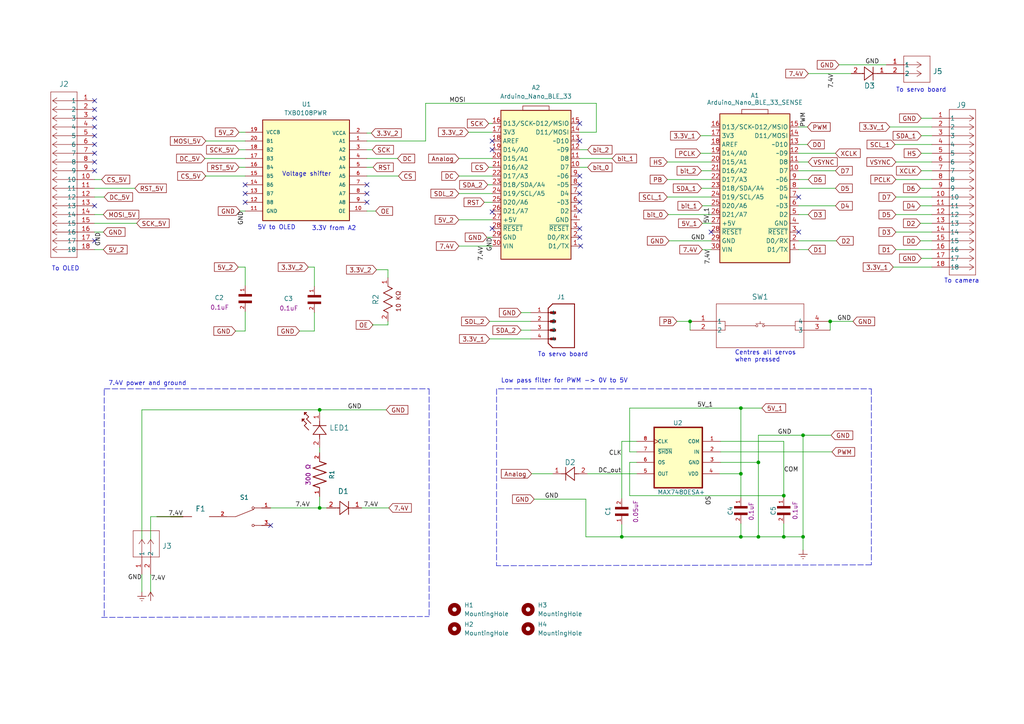
<source format=kicad_sch>
(kicad_sch (version 20211123) (generator eeschema)
  (paper "A4")
  (lib_symbols
    (symbol "CatBot_JSC:TXB0108PWR" (pin_names (offset 1.016))
      (property "Reference" "U" (at -12.7 23.86 0))
      (property "Value" "TXB0108PWR" (at -12.7 -19.304 0))
      (property "Footprint" "CatBot_JSC:TXB0108PWR" (at -1.778 -25.146 0))
      (symbol "TXB0108PWR_0_0"
        (pin bidirectional line (at -17.78 7.62 0) (length 5.08) (name "A1") (number "1"))
        (pin input line (at -17.78 -12.7 0) (length 5.08) (name "OE") (number "10"))
        (pin power_in line (at 17.526 -12.7 180) (length 5.08) (name "GND") (number "11"))
        (pin bidirectional line (at 17.526 -10.16 180) (length 5.08) (name "B8") (number "12"))
        (pin bidirectional line (at 17.526 -7.62 180) (length 5.08) (name "B7") (number "13"))
        (pin bidirectional line (at 17.526 -5.08 180) (length 5.08) (name "B6") (number "14"))
        (pin bidirectional line (at 17.526 -2.54 180) (length 5.08) (name "B5") (number "15"))
        (pin bidirectional line (at 17.526 0 180) (length 5.08) (name "B4") (number "16"))
        (pin bidirectional line (at 17.526 2.54 180) (length 5.08) (name "B3") (number "17"))
        (pin bidirectional line (at 17.526 5.08 180) (length 5.08) (name "B2") (number "18"))
        (pin power_in line (at 17.526 10.16 180) (length 5.08) (name "VCCB") (number "19"))
        (pin power_in line (at -17.78 9.906 0) (length 5.08) (name "VCCA") (number "2"))
        (pin bidirectional line (at 17.526 7.62 180) (length 5.08) (name "B1") (number "20"))
        (pin bidirectional line (at -17.78 5.08 0) (length 5.08) (name "A2") (number "3"))
        (pin bidirectional line (at -17.78 2.54 0) (length 5.08) (name "A3") (number "4"))
        (pin bidirectional line (at -17.78 0 0) (length 5.08) (name "A4") (number "5"))
        (pin bidirectional line (at -17.78 -2.54 0) (length 5.08) (name "A5") (number "6"))
        (pin bidirectional line (at -17.78 -5.08 0) (length 5.08) (name "A6") (number "7"))
        (pin bidirectional line (at -17.78 -7.62 0) (length 5.08) (name "A7") (number "8"))
        (pin bidirectional line (at -17.78 -10.16 0) (length 5.08) (name "A8") (number "9"))
      )
    )
    (symbol "myKiCadGlobalSymbolLibrary:+7.4V" (power) (pin_names (offset 0))
      (property "Value" "+7.4V" (at 0 3.556 0))
      (symbol "+7.4V_1_1"
        (pin power_in line (at 0 0 90) (length 0) hide (name "+7.4V") (number "1"))
      )
    )
    (symbol "myKiCadGlobalSymbolLibrary:12065C503JAT2A" (pin_names (offset 1.016))
      (property "Reference" "C" (at 0 3.8109 0))
      (property "Value" "12065C503JAT2A" (at -6.858 -5.842 0))
      (property "Capacitance" "0.05uF" (at 6.604 4.572 0))
      (symbol "12065C503JAT2A_0_0"
        (pin passive line (at -2.54 0 0) (length 2.54) (name "~") (number "1"))
        (pin passive line (at 5.08 0 180) (length 2.54) (name "~") (number "2"))
      )
    )
    (symbol "myKiCadGlobalSymbolLibrary:1N4148WX-TP" (pin_names (offset 0.254))
      (property "Reference" "CR" (at 5.334 8.89 0))
      (property "Value" "1N4148WX-TP" (at 5.08 -3.81 0))
      (symbol "1N4148WX-TP_1_1"
        (pin unspecified line (at 10.16 0 180) (length 2.54) (name "") (number "1"))
        (pin unspecified line (at 0 0 0) (length 2.54) (name "") (number "2"))
      )
      (symbol "1N4148WX-TP_1_2"
        (pin unspecified line (at 0 10.16 270) (length 2.54) (name "") (number "1"))
        (pin unspecified line (at 0 0 90) (length 2.54) (name "") (number "2"))
      )
    )
    (symbol "myKiCadGlobalSymbolLibrary:500SSP1S2M2QEA" (pin_names (offset 1.016))
      (property "Reference" "S" (at 0.254 4.826 0))
      (property "Value" "500SSP1S2M2QEA" (at -6.35 -10.16 0))
      (symbol "500SSP1S2M2QEA_0_0"
        (pin passive line (at 7.62 2.54 180) (length 2.54) (name "~") (number "1"))
        (pin passive line (at -7.62 0 0) (length 2.54) (name "~") (number "2"))
        (pin passive line (at 7.62 -2.54 180) (length 2.54) (name "~") (number "3"))
      )
    )
    (symbol "myKiCadGlobalSymbolLibrary:525591853" (pin_names (offset 0.254))
      (property "Reference" "J9" (at 14.224 -22.098 0))
      (symbol "525591853_1_1"
        (pin unspecified line (at 0 0 0) (length 5.08) (name "1") (number "1"))
        (pin unspecified line (at 0 -22.86 0) (length 5.08) (name "10") (number "10"))
        (pin unspecified line (at 0 -25.4 0) (length 5.08) (name "11") (number "11"))
        (pin unspecified line (at 0 -27.94 0) (length 5.08) (name "12") (number "12"))
        (pin unspecified line (at 0 -30.48 0) (length 5.08) (name "13") (number "13"))
        (pin unspecified line (at 0 -33.02 0) (length 5.08) (name "14") (number "14"))
        (pin unspecified line (at 0 -35.56 0) (length 5.08) (name "15") (number "15"))
        (pin unspecified line (at 0 -38.1 0) (length 5.08) (name "16") (number "16"))
        (pin unspecified line (at 0 -40.64 0) (length 5.08) (name "17") (number "17"))
        (pin unspecified line (at 0 -43.18 0) (length 5.08) (name "18") (number "18"))
        (pin unspecified line (at 0 -2.54 0) (length 5.08) (name "2") (number "2"))
        (pin unspecified line (at 0 -5.08 0) (length 5.08) (name "3") (number "3"))
        (pin unspecified line (at 0 -7.62 0) (length 5.08) (name "4") (number "4"))
        (pin unspecified line (at 0 -10.16 0) (length 5.08) (name "5") (number "5"))
        (pin unspecified line (at 0 -12.7 0) (length 5.08) (name "6") (number "6"))
        (pin unspecified line (at 0 -15.24 0) (length 5.08) (name "7") (number "7"))
        (pin unspecified line (at 0 -17.78 0) (length 5.08) (name "8") (number "8"))
        (pin unspecified line (at 0 -20.32 0) (length 5.08) (name "9") (number "9"))
      )
      (symbol "525591853_1_2"
        (pin unspecified line (at 0 0 0) (length 5.08) (name "1") (number "1"))
        (pin unspecified line (at 0 -22.86 0) (length 5.08) (name "10") (number "10"))
        (pin unspecified line (at 0 -25.4 0) (length 5.08) (name "11") (number "11"))
        (pin unspecified line (at 0 -27.94 0) (length 5.08) (name "12") (number "12"))
        (pin unspecified line (at 0 -30.48 0) (length 5.08) (name "13") (number "13"))
        (pin unspecified line (at 0 -33.02 0) (length 5.08) (name "14") (number "14"))
        (pin unspecified line (at 0 -35.56 0) (length 5.08) (name "15") (number "15"))
        (pin unspecified line (at 0 -38.1 0) (length 5.08) (name "16") (number "16"))
        (pin unspecified line (at 0 -2.54 0) (length 5.08) (name "2") (number "2"))
        (pin unspecified line (at 0 -5.08 0) (length 5.08) (name "3") (number "3"))
        (pin unspecified line (at 0 -7.62 0) (length 5.08) (name "4") (number "4"))
        (pin unspecified line (at 0 -10.16 0) (length 5.08) (name "5") (number "5"))
        (pin unspecified line (at 0 -12.7 0) (length 5.08) (name "6") (number "6"))
        (pin unspecified line (at 0 -15.24 0) (length 5.08) (name "7") (number "7"))
        (pin unspecified line (at 0 -17.78 0) (length 5.08) (name "8") (number "8"))
        (pin unspecified line (at 0 -20.32 0) (length 5.08) (name "9") (number "9"))
      )
    )
    (symbol "myKiCadGlobalSymbolLibrary:532580229" (pin_names (offset 0.254))
      (property "Reference" "J" (at 7.874 4.318 0))
      (property "Value" "532580229" (at 7.874 -7.874 0))
      (property "Footprint" "myKiCadGlobalFootprintLibrary:0532580229" (at 9.652 -10.668 0))
      (symbol "532580229_1_1"
        (pin unspecified line (at 0 0 0) (length 5.08) (name "1") (number "1"))
        (pin unspecified line (at 0 -2.54 0) (length 5.08) (name "2") (number "2"))
      )
      (symbol "532580229_1_2"
        (pin unspecified line (at 0 0 0) (length 5.08) (name "1") (number "1"))
        (pin unspecified line (at 0 -2.54 0) (length 5.08) (name "2") (number "2"))
      )
    )
    (symbol "myKiCadGlobalSymbolLibrary:533750410" (pin_names (offset 1.016))
      (property "Reference" "J" (at 0 6.35 0))
      (property "Value" "533750410" (at 0 -10.16 0))
      (property "Footprint" "myKiCadGlobalFootprintLibrary:533750410" (at 1.524 -27.432 0))
      (symbol "533750410_0_0"
        (pin passive line (at -5.08 2.54 0) (length 5.08) (name "1") (number "1"))
        (pin passive line (at -5.08 0 0) (length 5.08) (name "2") (number "2"))
        (pin passive line (at -5.08 -2.54 0) (length 5.08) (name "3") (number "3"))
        (pin passive line (at -5.08 -5.08 0) (length 5.08) (name "4") (number "4"))
      )
    )
    (symbol "myKiCadGlobalSymbolLibrary:Arduino_BLE_33"
      (property "Reference" "A1" (at 0 25.654 0))
      (property "Value" "Arduino_BLE_33" (at 0 23.622 0))
      (property "Footprint" "myKiCadGlobalFootprintLibrary:Nano33BLE_with_headers" (at 13.97 -30.48 0))
      (symbol "Arduino_BLE_33_1_1"
        (pin bidirectional line (at -12.7 19.05 0) (length 2.54) (name "D1/TX") (number "1"))
        (pin bidirectional line (at -12.7 -3.81 0) (length 2.54) (name "D7") (number "10"))
        (pin bidirectional line (at -12.7 -6.35 0) (length 2.54) (name "D8") (number "11"))
        (pin bidirectional line (at -12.7 -8.89 0) (length 2.54) (name "~D9") (number "12"))
        (pin bidirectional line (at -12.7 -11.43 0) (length 2.54) (name "~D10") (number "13"))
        (pin bidirectional line (at -12.7 -13.97 0) (length 2.54) (name "D11/MOSI") (number "14"))
        (pin bidirectional line (at -12.7 -16.51 0) (length 2.54) (name "~D12/MSIO") (number "15"))
        (pin bidirectional line (at 12.7 -16.51 180) (length 2.54) (name "D13/SCK") (number "16"))
        (pin power_out line (at 12.7 -13.97 180) (length 2.54) (name "3V3") (number "17"))
        (pin input line (at 12.7 -11.43 180) (length 2.54) (name "AREF") (number "18"))
        (pin bidirectional line (at 12.7 -8.89 180) (length 2.54) (name "D14/A0") (number "19"))
        (pin bidirectional line (at -12.7 16.51 0) (length 2.54) (name "D0/RX") (number "2"))
        (pin bidirectional line (at 12.7 -6.35 180) (length 2.54) (name "D15/A1") (number "20"))
        (pin bidirectional line (at 12.7 -3.81 180) (length 2.54) (name "D16/A2") (number "21"))
        (pin bidirectional line (at 12.7 -1.27 180) (length 2.54) (name "D17/A3") (number "22"))
        (pin bidirectional line (at 12.7 1.27 180) (length 2.54) (name "D18/SDA/A4") (number "23"))
        (pin bidirectional line (at 12.7 3.81 180) (length 2.54) (name "D19/SCL/A5") (number "24"))
        (pin bidirectional line (at 12.7 6.35 180) (length 2.54) (name "D20/A6") (number "25"))
        (pin bidirectional line (at 12.7 8.89 180) (length 2.54) (name "D21/A7") (number "26"))
        (pin power_out line (at 12.7 11.43 180) (length 2.54) (name "+5V") (number "27"))
        (pin input line (at 12.7 13.97 180) (length 2.54) (name "~{RESET}") (number "28"))
        (pin power_in line (at 12.7 16.51 180) (length 2.54) (name "GND") (number "29"))
        (pin input line (at -12.7 13.97 0) (length 2.54) (name "~{RESET}") (number "3"))
        (pin power_in line (at 12.7 19.05 180) (length 2.54) (name "VIN") (number "30"))
        (pin power_in line (at -12.7 11.43 0) (length 2.54) (name "GND") (number "4"))
        (pin bidirectional line (at -12.7 8.89 0) (length 2.54) (name "D2") (number "5"))
        (pin bidirectional line (at -12.7 6.35 0) (length 2.54) (name "~D3") (number "6"))
        (pin bidirectional line (at -12.7 3.81 0) (length 2.54) (name "D4") (number "7"))
        (pin bidirectional line (at -12.7 1.27 0) (length 2.54) (name "~D5") (number "8"))
        (pin bidirectional line (at -12.7 -1.27 0) (length 2.54) (name "~D6") (number "9"))
      )
    )
    (symbol "myKiCadGlobalSymbolLibrary:C503B-GAN-CB0F0791" (pin_names (offset 0.254))
      (property "Reference" "CR" (at 5.08 -4.445 0))
      (property "Value" "C503B-GAN-CB0F0791" (at 5.08 -7.62 0))
      (symbol "C503B-GAN-CB0F0791_1_1"
        (pin unspecified line (at 10.16 0 180) (length 2.54) (name "") (number "1"))
        (pin unspecified line (at 0 0 0) (length 2.54) (name "") (number "2"))
      )
      (symbol "C503B-GAN-CB0F0791_1_2"
        (pin unspecified line (at 0 10.16 270) (length 2.54) (name "") (number "1"))
        (pin unspecified line (at 0 0 90) (length 2.54) (name "") (number "2"))
      )
    )
    (symbol "myKiCadGlobalSymbolLibrary:CL05A104KA5NNNC" (pin_names (offset 1.016))
      (property "Reference" "C" (at 0.508 3.048 0))
      (property "Value" "CL05A104KA5NNNC" (at -4.064 -5.334 0))
      (property "Capacitance" "0.1uF" (at 7.112 4.064 0))
      (symbol "CL05A104KA5NNNC_0_0"
        (pin passive line (at 5.08 0 180) (length 2.54) (name "~") (number "1"))
        (pin passive line (at -2.54 0 0) (length 2.54) (name "~") (number "2"))
      )
    )
    (symbol "myKiCadGlobalSymbolLibrary:FUSE" (pin_numbers hide) (pin_names hide)
      (property "Reference" "F" (at 5.08 3.175 0))
      (property "Value" "FUSE" (at 5.08 -6.35 0))
      (symbol "FUSE_1_1"
        (pin unspecified line (at 0 0 0) (length 2.54) (name "1") (number "1"))
        (pin unspecified line (at 10.16 0 180) (length 2.54) (name "2") (number "2"))
      )
    )
    (symbol "myKiCadGlobalSymbolLibrary:GNDREF" (power) (pin_names (offset 0))
      (property "Value" "GNDREF" (at 0 -3.81 0))
      (symbol "GNDREF_1_1"
        (pin power_in line (at 0 0 270) (length 0) hide (name "GNDREF") (number "1"))
      )
    )
    (symbol "myKiCadGlobalSymbolLibrary:MAX7480ESA+" (pin_names (offset 1.016))
      (property "Reference" "U" (at -9.398 16.256 0))
      (property "Value" "MAX7480ESA+" (at -11.938 -7.874 0))
      (symbol "MAX7480ESA+_0_0"
        (pin input line (at 6.604 11.176 180) (length 5.08) (name "COM") (number "1"))
        (pin input line (at 6.604 8.128 180) (length 5.08) (name "IN") (number "2"))
        (pin unspecified line (at 6.604 5.08 180) (length 5.08) (name "GND") (number "3"))
        (pin power_in line (at 6.35 1.778 180) (length 5.08) (name "VDD") (number "4"))
        (pin output line (at -17.78 1.778 0) (length 5.08) (name "OUT") (number "5"))
        (pin input line (at -17.78 5.08 0) (length 5.08) (name "OS") (number "6"))
        (pin input line (at -17.78 8.128 0) (length 5.08) (name "~{SHDN}") (number "7"))
        (pin input clock (at -17.78 11.176 0) (length 5.08) (name "CLK") (number "8"))
      )
    )
    (symbol "myKiCadGlobalSymbolLibrary:MountingHole" (pin_names (offset 1.016))
      (property "Reference" "H" (at 0 5.08 0))
      (property "Value" "MountingHole" (at 0 3.175 0))
    )
    (symbol "myKiCadGlobalSymbolLibrary:RC0402JR-0710KL" (pin_names (offset 0.254))
      (property "Reference" "R" (at 5.715 3.81 0))
      (property "Value" "RC0402JR-0710KL" (at 5.334 -7.366 0))
      (symbol "RC0402JR-0710KL_0_0"
        (text "10 KΩ" (at 5.842 -3.048 0) (effects (font (size 1.27 1.27))))
      )
      (symbol "RC0402JR-0710KL_1_1"
        (pin unspecified line (at 12.7 0 180) (length 2.54) (name "") (number "1"))
        (pin unspecified line (at 0 0 0) (length 2.54) (name "") (number "2"))
      )
      (symbol "RC0402JR-0710KL_1_2"
        (pin unspecified line (at 0 12.7 270) (length 2.54) (name "") (number "1"))
        (pin unspecified line (at 0 0 90) (length 2.54) (name "") (number "2"))
      )
    )
    (symbol "myKiCadGlobalSymbolLibrary:RMCF2512FT330R" (pin_names (offset 1.016))
      (property "Reference" "R1" (at -0.254 -4.064 0))
      (symbol "RMCF2512FT330R_0_0"
        (pin passive line (at -5.08 0 0) (length 2.54) (name "~") (number "1"))
        (pin passive line (at 7.62 0 180) (length 2.54) (name "~") (number "2"))
      )
    )
    (symbol "myKiCadGlobalSymbolLibrary:TL3305CF260QG" (pin_names (offset 0.254))
      (property "Reference" "SW" (at 20.32 10.16 0))
      (property "Value" "TL3305CF260QG" (at 20.32 7.62 0))
      (symbol "TL3305CF260QG_0_1"
        (pin unspecified line (at 0 0 0) (length 7.62) (name "1") (number "1"))
        (pin unspecified line (at 0 -2.54 0) (length 7.62) (name "2") (number "2"))
        (pin unspecified line (at 40.64 -2.54 180) (length 7.62) (name "3") (number "3"))
        (pin unspecified line (at 40.64 0 180) (length 7.62) (name "4") (number "4"))
      )
    )
  )
  (junction (at 219.964 134.112))
  (junction (at 232.918 155.702))
  (junction (at 227.33 155.702))
  (junction (at 214.884 155.702))
  (junction (at 219.964 155.702))
  (junction (at 92.71 118.872))
  (junction (at 180.34 155.702))
  (junction (at 227.33 143.764))
  (junction (at 214.884 137.414))
  (junction (at 232.918 126.238))
  (junction (at 92.71 147.32))
  (junction (at 240.792 93.218))
  (junction (at 200.152 93.218))
  (junction (at 214.884 118.364))
  (no_connect (at 27.432 46.99))
  (no_connect (at 231.648 57.15))
  (no_connect (at 71.12 53.594))
  (no_connect (at 27.432 31.75))
  (no_connect (at 27.432 69.85))
  (no_connect (at 142.748 40.894))
  (no_connect (at 27.432 29.21))
  (no_connect (at 142.748 66.294))
  (no_connect (at 168.148 40.894))
  (no_connect (at 27.432 39.37))
  (no_connect (at 168.148 61.214))
  (no_connect (at 71.12 56.134))
  (no_connect (at 168.148 68.834))
  (no_connect (at 71.12 58.674))
  (no_connect (at 27.432 41.91))
  (no_connect (at 168.148 35.814))
  (no_connect (at 168.402 71.374))
  (no_connect (at 231.648 67.31))
  (no_connect (at 27.432 59.69))
  (no_connect (at 168.148 58.674))
  (no_connect (at 106.426 53.594))
  (no_connect (at 168.148 66.294))
  (no_connect (at 168.148 53.594))
  (no_connect (at 106.426 58.674))
  (no_connect (at 106.426 56.134))
  (no_connect (at 168.148 56.134))
  (no_connect (at 142.748 61.468))
  (no_connect (at 168.148 51.054))
  (no_connect (at 27.432 44.45))
  (no_connect (at 27.432 49.53))
  (no_connect (at 78.486 152.4))
  (no_connect (at 142.748 43.434))
  (no_connect (at 27.432 34.29))
  (no_connect (at 206.248 67.31))
  (no_connect (at 27.432 36.83))
  (wire (pts (xy 240.792 93.218) (xy 247.396 93.218)))
  (wire (pts (xy 170.434 43.434) (xy 168.148 43.434)))
  (wire (pts (xy 257.048 18.796) (xy 243.332 18.796)))
  (wire (pts (xy 182.626 131.064) (xy 184.658 131.064)))
  (polyline (pts (xy 30.226 112.776) (xy 124.46 112.776)))
  (wire (pts (xy 266.954 59.69) (xy 270.256 59.69)))
  (wire (pts (xy 182.626 131.064) (xy 182.626 118.364)))
  (wire (pts (xy 92.71 147.32) (xy 94.742 147.32)))
  (wire (pts (xy 43.688 166.624) (xy 43.688 171.704)))
  (wire (pts (xy 231.648 59.69) (xy 242.316 59.69)))
  (wire (pts (xy 193.548 46.99) (xy 206.248 46.99)))
  (wire (pts (xy 227.33 151.892) (xy 227.33 155.702)))
  (wire (pts (xy 259.08 77.47) (xy 270.256 77.47)))
  (wire (pts (xy 133.096 56.134) (xy 142.748 56.134)))
  (wire (pts (xy 231.648 52.07) (xy 234.442 52.07)))
  (wire (pts (xy 141.732 48.514) (xy 142.748 48.514)))
  (wire (pts (xy 180.34 152.146) (xy 180.34 155.702)))
  (wire (pts (xy 259.842 46.99) (xy 270.256 46.99)))
  (wire (pts (xy 69.342 48.514) (xy 71.12 48.514)))
  (wire (pts (xy 267.208 39.37) (xy 270.256 39.37)))
  (wire (pts (xy 106.426 51.054) (xy 115.57 51.054)))
  (wire (pts (xy 141.478 53.594) (xy 142.748 53.594)))
  (wire (pts (xy 203.708 72.39) (xy 206.248 72.39)))
  (wire (pts (xy 41.148 166.624) (xy 41.148 171.704)))
  (wire (pts (xy 92.71 119.634) (xy 92.71 118.872)))
  (wire (pts (xy 133.096 51.054) (xy 142.748 51.054)))
  (wire (pts (xy 106.426 38.608) (xy 107.696 38.608)))
  (wire (pts (xy 27.432 57.15) (xy 30.226 57.15)))
  (wire (pts (xy 151.13 90.678) (xy 153.924 90.678)))
  (wire (pts (xy 200.152 93.218) (xy 200.152 95.758)))
  (polyline (pts (xy 124.46 112.776) (xy 124.46 178.816)))
  (wire (pts (xy 142.748 45.974) (xy 133.096 45.974)))
  (wire (pts (xy 154.178 137.414) (xy 160.274 137.414)))
  (wire (pts (xy 123.444 29.972) (xy 172.974 29.972)))
  (wire (pts (xy 270.256 41.91) (xy 259.588 41.91)))
  (wire (pts (xy 68.326 96.012) (xy 71.12 96.012)))
  (wire (pts (xy 106.426 45.974) (xy 115.316 45.974)))
  (polyline (pts (xy 144.526 112.776) (xy 252.73 112.776)))
  (wire (pts (xy 109.22 78.232) (xy 112.522 78.232)))
  (wire (pts (xy 209.042 128.016) (xy 227.33 128.016)))
  (wire (pts (xy 266.954 69.85) (xy 270.256 69.85)))
  (wire (pts (xy 69.342 43.434) (xy 71.12 43.434)))
  (wire (pts (xy 78.486 147.32) (xy 92.71 147.32)))
  (wire (pts (xy 169.926 155.702) (xy 180.34 155.702)))
  (wire (pts (xy 231.648 49.53) (xy 242.316 49.53)))
  (wire (pts (xy 214.884 151.892) (xy 214.884 155.702)))
  (wire (pts (xy 232.918 155.702) (xy 232.918 159.512)))
  (wire (pts (xy 259.842 57.15) (xy 270.256 57.15)))
  (wire (pts (xy 59.436 51.054) (xy 71.12 51.054)))
  (wire (pts (xy 206.248 39.37) (xy 203.2 39.37)))
  (wire (pts (xy 231.648 62.23) (xy 234.442 62.23)))
  (wire (pts (xy 267.208 44.45) (xy 270.256 44.45)))
  (wire (pts (xy 106.426 43.434) (xy 107.95 43.434)))
  (wire (pts (xy 123.444 40.894) (xy 106.426 40.894)))
  (wire (pts (xy 193.548 57.15) (xy 206.248 57.15)))
  (wire (pts (xy 69.342 38.354) (xy 71.12 38.354)))
  (wire (pts (xy 27.432 72.39) (xy 29.972 72.39)))
  (wire (pts (xy 266.954 54.61) (xy 270.256 54.61)))
  (wire (pts (xy 259.842 52.07) (xy 270.256 52.07)))
  (wire (pts (xy 206.248 62.23) (xy 193.802 62.23)))
  (wire (pts (xy 227.33 128.016) (xy 227.33 143.764)))
  (wire (pts (xy 267.208 34.29) (xy 270.256 34.29)))
  (wire (pts (xy 69.596 61.214) (xy 71.12 61.214)))
  (wire (pts (xy 141.732 35.814) (xy 142.748 35.814)))
  (wire (pts (xy 259.842 67.31) (xy 270.256 67.31)))
  (wire (pts (xy 259.842 72.39) (xy 270.256 72.39)))
  (wire (pts (xy 231.648 54.61) (xy 242.316 54.61)))
  (wire (pts (xy 135.89 38.354) (xy 142.748 38.354)))
  (wire (pts (xy 41.148 118.872) (xy 92.71 118.872)))
  (wire (pts (xy 27.432 67.31) (xy 29.972 67.31)))
  (polyline (pts (xy 30.226 113.03) (xy 30.226 179.07)))
  (wire (pts (xy 214.884 155.702) (xy 219.964 155.702)))
  (wire (pts (xy 71.12 90.424) (xy 71.12 96.012)))
  (wire (pts (xy 231.648 44.45) (xy 242.316 44.45)))
  (wire (pts (xy 168.148 38.354) (xy 172.974 38.354)))
  (wire (pts (xy 214.884 137.414) (xy 214.884 144.272)))
  (wire (pts (xy 182.626 118.364) (xy 214.884 118.364)))
  (wire (pts (xy 231.648 41.91) (xy 234.188 41.91)))
  (wire (pts (xy 219.964 134.112) (xy 219.964 155.702)))
  (wire (pts (xy 203.454 49.53) (xy 206.248 49.53)))
  (wire (pts (xy 123.444 40.894) (xy 123.444 29.972)))
  (wire (pts (xy 203.454 54.61) (xy 206.248 54.61)))
  (wire (pts (xy 182.626 134.112) (xy 184.658 134.112)))
  (wire (pts (xy 27.432 52.07) (xy 29.464 52.07)))
  (wire (pts (xy 219.964 155.702) (xy 227.33 155.702)))
  (wire (pts (xy 180.34 128.016) (xy 180.34 144.526)))
  (wire (pts (xy 140.462 58.674) (xy 142.748 58.674)))
  (wire (pts (xy 203.708 59.69) (xy 206.248 59.69)))
  (wire (pts (xy 266.954 64.77) (xy 270.256 64.77)))
  (wire (pts (xy 43.688 149.86) (xy 53.086 149.86)))
  (wire (pts (xy 169.926 144.78) (xy 169.926 155.702)))
  (wire (pts (xy 59.69 40.894) (xy 71.12 40.894)))
  (wire (pts (xy 203.2 44.45) (xy 206.248 44.45)))
  (wire (pts (xy 234.442 21.336) (xy 246.888 21.336)))
  (wire (pts (xy 219.964 126.238) (xy 232.918 126.238)))
  (wire (pts (xy 112.776 147.32) (xy 104.902 147.32)))
  (wire (pts (xy 59.436 45.974) (xy 71.12 45.974)))
  (wire (pts (xy 154.94 144.78) (xy 169.926 144.78)))
  (wire (pts (xy 133.096 63.754) (xy 142.748 63.754)))
  (wire (pts (xy 231.648 36.83) (xy 234.188 36.83)))
  (wire (pts (xy 168.148 45.974) (xy 177.546 45.974)))
  (wire (pts (xy 267.208 49.53) (xy 270.256 49.53)))
  (wire (pts (xy 209.042 131.064) (xy 241.3 131.064)))
  (wire (pts (xy 258.064 36.83) (xy 270.256 36.83)))
  (wire (pts (xy 27.432 62.23) (xy 29.972 62.23)))
  (wire (pts (xy 41.148 156.464) (xy 41.148 118.872)))
  (wire (pts (xy 43.688 156.464) (xy 43.688 149.86)))
  (wire (pts (xy 232.918 126.238) (xy 241.046 126.238)))
  (wire (pts (xy 92.71 118.872) (xy 112.014 118.872)))
  (wire (pts (xy 231.648 46.99) (xy 234.442 46.99)))
  (wire (pts (xy 214.884 118.364) (xy 214.884 137.414)))
  (wire (pts (xy 108.966 61.214) (xy 106.426 61.214)))
  (wire (pts (xy 180.34 155.702) (xy 214.884 155.702)))
  (wire (pts (xy 209.042 134.112) (xy 219.964 134.112)))
  (polyline (pts (xy 252.73 112.776) (xy 252.73 163.83)))
  (wire (pts (xy 227.33 143.764) (xy 227.33 144.272)))
  (wire (pts (xy 214.884 118.364) (xy 220.98 118.364)))
  (wire (pts (xy 112.522 94.234) (xy 112.522 93.218)))
  (wire (pts (xy 107.95 94.234) (xy 112.522 94.234)))
  (wire (pts (xy 240.792 93.218) (xy 240.792 95.758)))
  (wire (pts (xy 196.342 93.218) (xy 200.152 93.218)))
  (wire (pts (xy 259.842 62.23) (xy 270.256 62.23)))
  (wire (pts (xy 71.12 77.47) (xy 71.12 82.804)))
  (wire (pts (xy 141.224 68.834) (xy 142.748 68.834)))
  (wire (pts (xy 194.056 69.85) (xy 206.248 69.85)))
  (wire (pts (xy 153.924 93.218) (xy 141.986 93.218)))
  (wire (pts (xy 27.432 54.61) (xy 39.116 54.61)))
  (wire (pts (xy 112.522 78.232) (xy 112.522 80.518)))
  (wire (pts (xy 168.148 48.514) (xy 170.434 48.514)))
  (wire (pts (xy 170.434 137.414) (xy 184.658 137.414)))
  (wire (pts (xy 232.918 155.702) (xy 232.918 126.238)))
  (wire (pts (xy 92.71 144.018) (xy 92.71 147.32)))
  (wire (pts (xy 91.186 77.47) (xy 91.186 83.058)))
  (wire (pts (xy 91.186 96.012) (xy 86.868 96.012)))
  (wire (pts (xy 27.432 64.77) (xy 39.624 64.77)))
  (wire (pts (xy 267.208 74.93) (xy 270.256 74.93)))
  (wire (pts (xy 231.648 72.39) (xy 234.442 72.39)))
  (wire (pts (xy 180.34 128.016) (xy 184.658 128.016)))
  (polyline (pts (xy 144.018 112.776) (xy 144.018 164.084)))
  (wire (pts (xy 153.924 98.298) (xy 141.986 98.298)))
  (wire (pts (xy 203.708 64.77) (xy 206.248 64.77)))
  (wire (pts (xy 69.088 77.47) (xy 71.12 77.47)))
  (wire (pts (xy 208.788 137.414) (xy 214.884 137.414)))
  (wire (pts (xy 231.648 69.85) (xy 242.57 69.85)))
  (wire (pts (xy 106.426 48.514) (xy 108.204 48.514)))
  (wire (pts (xy 172.974 29.972) (xy 172.974 38.354)))
  (wire (pts (xy 227.33 155.702) (xy 232.918 155.702)))
  (polyline (pts (xy 252.73 163.83) (xy 144.018 164.084)))
  (wire (pts (xy 92.71 131.318) (xy 92.71 129.794)))
  (wire (pts (xy 193.548 52.07) (xy 206.248 52.07)))
  (wire (pts (xy 182.626 143.764) (xy 182.626 134.112)))
  (wire (pts (xy 89.408 77.47) (xy 91.186 77.47)))
  (wire (pts (xy 182.626 143.764) (xy 227.33 143.764)))
  (wire (pts (xy 133.096 71.374) (xy 142.748 71.374)))
  (wire (pts (xy 91.186 90.678) (xy 91.186 96.012)))
  (wire (pts (xy 153.924 95.758) (xy 151.13 95.758)))
  (wire (pts (xy 219.964 126.238) (xy 219.964 134.112)))
  (polyline (pts (xy 29.464 179.07) (xy 124.46 178.816)))
  (text "3.3V from A2\n" (at 90.424 67.056 0) (effects (font (size 1.27 1.27)) (justify left bottom)))
  (text "To servo board" (at 259.842 26.924 0) (effects (font (size 1.27 1.27)) (justify left bottom)))
  (text "5V to OLED" (at 74.676 66.802 0) (effects (font (size 1.27 1.27)) (justify left bottom)))
  (text "Voltage shifter" (at 81.788 51.308 0) (effects (font (size 1.27 1.27)) (justify left bottom)))
  (text "To OLED" (at 14.986 78.74 0) (effects (font (size 1.27 1.27)) (justify left bottom)))
  (text "Low pass filter for PWM -> 0V to 5V" (at 182.118 111.252 180) (effects (font (size 1.27 1.27)) (justify right bottom)))
  (text "7.4V power and ground" (at 54.102 112.014 180) (effects (font (size 1.27 1.27)) (justify right bottom)))
  (text "To camera" (at 273.812 82.296 0) (effects (font (size 1.27 1.27)) (justify left bottom)))
  (text "To servo board" (at 155.956 103.632 0) (effects (font (size 1.27 1.27)) (justify left bottom)))
  (text "Centres all servos\nwhen pressed" (at 213.106 105.156 0) (effects (font (size 1.27 1.27)) (justify left bottom)))
  (label "7.4V" (at 43.688 168.656 0))
  (label "OS" (at 206.502 143.764 270))
  (label "7.4V" (at 89.916 147.32 180))
  (label "GND" (at 70.866 61.214 270))
  (label "7.4V" (at 242.062 21.336 270))
  (label "5V_1" (at 205.994 64.77 90))
  (label "DC_out" (at 173.482 137.414 0))
  (label "COM" (at 227.33 137.16 0))
  (label "GND" (at 250.952 18.796 0))
  (label "GND" (at 143.002 68.834 270))
  (label "CLK" (at 180.34 132.334 180))
  (label "7.4V" (at 206.248 72.39 270))
  (label "7.4V" (at 140.462 71.374 270))
  (label "PWM" (at 233.934 36.83 90))
  (label "7.4V" (at 109.728 147.32 180))
  (label "GND" (at 104.902 118.872 180))
  (label "7.4V" (at 53.086 149.86 180))
  (label "GND" (at 204.47 69.85 180))
  (label "GND" (at 157.988 144.78 0))
  (label "GND" (at 29.464 67.31 270))
  (label "MOSI" (at 130.302 29.972 0))
  (label "GND" (at 246.888 93.218 180))
  (label "GND" (at 41.148 168.402 180))
  (label "5V_1" (at 202.184 118.364 0))
  (label "GND" (at 225.552 126.238 0))
  (global_label "GND" (shape input) (at 86.868 96.012 180) (property "Intersheet References" "${INTERSHEET_REFS}" (effects hide)))
  (global_label "HS" (shape input) (at 267.208 44.45 180) (property "Intersheet References" "${INTERSHEET_REFS}" (effects hide)))
  (global_label "PCLK" (shape input) (at 203.2 44.45 180) (property "Intersheet References" "${INTERSHEET_REFS}" (effects hide)))
  (global_label "DC" (shape input) (at 133.096 51.054 180) (property "Intersheet References" "${INTERSHEET_REFS}" (effects hide)))
  (global_label "CS" (shape input) (at 141.732 48.514 180) (property "Intersheet References" "${INTERSHEET_REFS}" (effects hide)))
  (global_label "5V_1" (shape input) (at 203.708 64.77 180) (property "Intersheet References" "${INTERSHEET_REFS}" (effects hide)))
  (global_label "DC_5V" (shape input) (at 30.226 57.15 0) (property "Intersheet References" "${INTERSHEET_REFS}" (effects hide)))
  (global_label "3.3V_2" (shape input) (at 135.89 38.354 180) (property "Intersheet References" "${INTERSHEET_REFS}" (effects hide)))
  (global_label "PB" (shape input) (at 193.548 52.07 180) (property "Intersheet References" "${INTERSHEET_REFS}" (effects hide)))
  (global_label "GND" (shape input) (at 69.596 61.214 180) (property "Intersheet References" "${INTERSHEET_REFS}" (effects hide)))
  (global_label "HS" (shape input) (at 193.548 46.99 180) (property "Intersheet References" "${INTERSHEET_REFS}" (effects hide)))
  (global_label "bit_1" (shape input) (at 177.546 45.974 0) (property "Intersheet References" "${INTERSHEET_REFS}" (effects hide)))
  (global_label "SDL_2" (shape input) (at 141.986 93.218 180) (property "Intersheet References" "${INTERSHEET_REFS}" (effects hide)))
  (global_label "CS_5V" (shape input) (at 29.464 52.07 0) (property "Intersheet References" "${INTERSHEET_REFS}" (effects hide)))
  (global_label "D1" (shape input) (at 234.442 72.39 0) (property "Intersheet References" "${INTERSHEET_REFS}" (effects hide)))
  (global_label "7.4V" (shape input) (at 133.096 71.374 180) (property "Intersheet References" "${INTERSHEET_REFS}" (effects hide)))
  (global_label "RST_5V" (shape input) (at 39.116 54.61 0) (property "Intersheet References" "${INTERSHEET_REFS}" (effects hide)))
  (global_label "3.3V_1" (shape input) (at 141.986 98.298 180) (property "Intersheet References" "${INTERSHEET_REFS}" (effects hide)))
  (global_label "MOSI_5V" (shape input) (at 29.972 62.23 0) (property "Intersheet References" "${INTERSHEET_REFS}" (effects hide)))
  (global_label "RST_5V" (shape input) (at 69.342 48.514 180) (property "Intersheet References" "${INTERSHEET_REFS}" (effects hide)))
  (global_label "GND" (shape input) (at 154.94 144.78 180) (property "Intersheet References" "${INTERSHEET_REFS}" (effects hide)))
  (global_label "GND" (shape input) (at 68.326 96.012 180) (property "Intersheet References" "${INTERSHEET_REFS}" (effects hide)))
  (global_label "bit_0" (shape input) (at 193.802 62.23 180) (property "Intersheet References" "${INTERSHEET_REFS}" (effects hide)))
  (global_label "3.3V_1" (shape input) (at 258.064 36.83 180) (property "Intersheet References" "${INTERSHEET_REFS}" (effects hide)))
  (global_label "3.3V_2" (shape input) (at 89.408 77.47 180) (property "Intersheet References" "${INTERSHEET_REFS}" (effects hide)))
  (global_label "GND" (shape input) (at 267.208 34.29 180) (property "Intersheet References" "${INTERSHEET_REFS}" (effects hide)))
  (global_label "CS_5V" (shape input) (at 59.69 51.054 180) (property "Intersheet References" "${INTERSHEET_REFS}" (effects hide)))
  (global_label "D2" (shape input) (at 242.57 69.85 0) (property "Intersheet References" "${INTERSHEET_REFS}" (effects hide)))
  (global_label "DC" (shape input) (at 115.316 45.974 0) (property "Intersheet References" "${INTERSHEET_REFS}" (effects hide)))
  (global_label "bit_2" (shape input) (at 170.434 43.434 0) (property "Intersheet References" "${INTERSHEET_REFS}" (effects hide)))
  (global_label "OE" (shape input) (at 108.966 61.214 0) (property "Intersheet References" "${INTERSHEET_REFS}" (effects hide)))
  (global_label "7.4V" (shape input) (at 234.442 21.336 180) (property "Intersheet References" "${INTERSHEET_REFS}" (effects hide)))
  (global_label "SDA_1" (shape input) (at 203.454 54.61 180) (property "Intersheet References" "${INTERSHEET_REFS}" (effects hide)))
  (global_label "VSYNC" (shape input) (at 234.442 46.99 0) (property "Intersheet References" "${INTERSHEET_REFS}" (effects hide)))
  (global_label "D7" (shape input) (at 242.316 49.53 0) (property "Intersheet References" "${INTERSHEET_REFS}" (effects hide)))
  (global_label "bit_0" (shape input) (at 170.434 48.514 0) (property "Intersheet References" "${INTERSHEET_REFS}" (effects hide)))
  (global_label "CS" (shape input) (at 115.57 51.054 0) (property "Intersheet References" "${INTERSHEET_REFS}" (effects hide)))
  (global_label "D3" (shape input) (at 234.442 62.23 0) (property "Intersheet References" "${INTERSHEET_REFS}" (effects hide)))
  (global_label "5V_1" (shape input) (at 220.98 118.364 0) (property "Intersheet References" "${INTERSHEET_REFS}" (effects hide)))
  (global_label "DC_5V" (shape input) (at 59.436 45.974 180) (property "Intersheet References" "${INTERSHEET_REFS}" (effects hide)))
  (global_label "SDA_2" (shape input) (at 151.13 95.758 180) (property "Intersheet References" "${INTERSHEET_REFS}" (effects hide)))
  (global_label "D6" (shape input) (at 266.954 54.61 180) (property "Intersheet References" "${INTERSHEET_REFS}" (effects hide)))
  (global_label "D5" (shape input) (at 242.316 54.61 0) (property "Intersheet References" "${INTERSHEET_REFS}" (effects hide)))
  (global_label "D2" (shape input) (at 266.954 64.77 180) (property "Intersheet References" "${INTERSHEET_REFS}" (effects hide)))
  (global_label "GND" (shape input) (at 141.224 68.834 180) (property "Intersheet References" "${INTERSHEET_REFS}" (effects hide)))
  (global_label "GND" (shape input) (at 112.014 118.872 0) (property "Intersheet References" "${INTERSHEET_REFS}" (effects hide)))
  (global_label "3.3V_2" (shape input) (at 107.696 38.608 0) (property "Intersheet References" "${INTERSHEET_REFS}" (effects hide)))
  (global_label "5V_2" (shape input) (at 133.096 63.754 180) (property "Intersheet References" "${INTERSHEET_REFS}" (effects hide)))
  (global_label "7.4V" (shape input) (at 203.708 72.39 180) (property "Intersheet References" "${INTERSHEET_REFS}" (effects hide)))
  (global_label "D1" (shape input) (at 259.842 72.39 180) (property "Intersheet References" "${INTERSHEET_REFS}" (effects hide)))
  (global_label "GND" (shape input) (at 194.056 69.85 180) (property "Intersheet References" "${INTERSHEET_REFS}" (effects hide)))
  (global_label "SCK_5V" (shape input) (at 69.342 43.434 180) (property "Intersheet References" "${INTERSHEET_REFS}" (effects hide)))
  (global_label "MOSI_5V" (shape input) (at 59.69 40.894 180) (property "Intersheet References" "${INTERSHEET_REFS}" (effects hide)))
  (global_label "SDA_1" (shape input) (at 267.208 39.37 180) (property "Intersheet References" "${INTERSHEET_REFS}" (effects hide)))
  (global_label "RST" (shape input) (at 108.204 48.514 0) (property "Intersheet References" "${INTERSHEET_REFS}" (effects hide)))
  (global_label "OE" (shape input) (at 108.204 94.234 180) (property "Intersheet References" "${INTERSHEET_REFS}" (effects hide)))
  (global_label "RST" (shape input) (at 140.462 58.674 180) (property "Intersheet References" "${INTERSHEET_REFS}" (effects hide)))
  (global_label "GND" (shape input) (at 241.046 126.238 0) (property "Intersheet References" "${INTERSHEET_REFS}" (effects hide)))
  (global_label "GND" (shape input) (at 151.13 90.678 180) (property "Intersheet References" "${INTERSHEET_REFS}" (effects hide)))
  (global_label "XCLK" (shape input) (at 267.208 49.53 180) (property "Intersheet References" "${INTERSHEET_REFS}" (effects hide)))
  (global_label "3.3V_1" (shape input) (at 203.2 39.37 180) (property "Intersheet References" "${INTERSHEET_REFS}" (effects hide)))
  (global_label "bit_2" (shape input) (at 203.454 49.53 180) (property "Intersheet References" "${INTERSHEET_REFS}" (effects hide)))
  (global_label "GND" (shape input) (at 247.396 93.218 0) (property "Intersheet References" "${INTERSHEET_REFS}" (effects hide)))
  (global_label "GND" (shape input) (at 29.972 67.31 0) (property "Intersheet References" "${INTERSHEET_REFS}" (effects hide)))
  (global_label "3.3V_1" (shape input) (at 259.08 77.47 180) (property "Intersheet References" "${INTERSHEET_REFS}" (effects hide)))
  (global_label "D3" (shape input) (at 259.842 67.31 180) (property "Intersheet References" "${INTERSHEET_REFS}" (effects hide)))
  (global_label "VSYNC" (shape input) (at 259.842 46.99 180) (property "Intersheet References" "${INTERSHEET_REFS}" (effects hide)))
  (global_label "PWM" (shape input) (at 241.3 131.064 0) (property "Intersheet References" "${INTERSHEET_REFS}" (effects hide)))
  (global_label "SCK_5V" (shape input) (at 39.624 64.77 0) (property "Intersheet References" "${INTERSHEET_REFS}" (effects hide)))
  (global_label "D5" (shape input) (at 259.842 62.23 180) (property "Intersheet References" "${INTERSHEET_REFS}" (effects hide)))
  (global_label "XCLK" (shape input) (at 242.316 44.45 0) (property "Intersheet References" "${INTERSHEET_REFS}" (effects hide)))
  (global_label "3.3V_2" (shape input) (at 109.22 78.232 180) (property "Intersheet References" "${INTERSHEET_REFS}" (effects hide)))
  (global_label "SCL_1" (shape input) (at 259.588 41.91 180) (property "Intersheet References" "${INTERSHEET_REFS}" (effects hide)))
  (global_label "SCK" (shape input) (at 107.95 43.434 0) (property "Intersheet References" "${INTERSHEET_REFS}" (effects hide)))
  (global_label "PCLK" (shape input) (at 259.842 52.07 180) (property "Intersheet References" "${INTERSHEET_REFS}" (effects hide)))
  (global_label "D0" (shape input) (at 266.954 69.85 180) (property "Intersheet References" "${INTERSHEET_REFS}" (effects hide)))
  (global_label "SDA_2" (shape input) (at 141.478 53.594 180) (property "Intersheet References" "${INTERSHEET_REFS}" (effects hide)))
  (global_label "bit_1" (shape input) (at 203.708 59.69 180) (property "Intersheet References" "${INTERSHEET_REFS}" (effects hide)))
  (global_label "5V_2" (shape input) (at 69.088 77.47 180) (property "Intersheet References" "${INTERSHEET_REFS}" (effects hide)))
  (global_label "5V_2" (shape input) (at 29.972 72.39 0) (property "Intersheet References" "${INTERSHEET_REFS}" (effects hide)))
  (global_label "GND" (shape input) (at 243.332 18.796 180) (property "Intersheet References" "${INTERSHEET_REFS}" (effects hide)))
  (global_label "Analog" (shape input) (at 133.096 45.974 180) (property "Intersheet References" "${INTERSHEET_REFS}" (effects hide)))
  (global_label "D4" (shape input) (at 242.316 59.69 0) (property "Intersheet References" "${INTERSHEET_REFS}" (effects hide)))
  (global_label "SCL_1" (shape input) (at 193.548 57.15 180) (property "Intersheet References" "${INTERSHEET_REFS}" (effects hide)))
  (global_label "D6" (shape input) (at 234.442 52.07 0) (property "Intersheet References" "${INTERSHEET_REFS}" (effects hide)))
  (global_label "D0" (shape input) (at 234.188 41.91 0) (property "Intersheet References" "${INTERSHEET_REFS}" (effects hide)))
  (global_label "PWM" (shape input) (at 234.188 36.83 0) (property "Intersheet References" "${INTERSHEET_REFS}" (effects hide)))
  (global_label "D7" (shape input) (at 259.842 57.15 180) (property "Intersheet References" "${INTERSHEET_REFS}" (effects hide)))
  (global_label "Analog" (shape input) (at 154.178 137.414 180) (property "Intersheet References" "${INTERSHEET_REFS}" (effects hide)))
  (global_label "SCK" (shape input) (at 141.732 35.814 180) (property "Intersheet References" "${INTERSHEET_REFS}" (effects hide)))
  (global_label "5V_2" (shape input) (at 69.342 38.354 180) (property "Intersheet References" "${INTERSHEET_REFS}" (effects hide)))
  (global_label "7.4V" (shape input) (at 112.776 147.32 0) (property "Intersheet References" "${INTERSHEET_REFS}" (effects hide)))
  (global_label "D4" (shape input) (at 266.954 59.69 180) (property "Intersheet References" "${INTERSHEET_REFS}" (effects hide)))
  (global_label "GND" (shape input) (at 267.208 74.93 180) (property "Intersheet References" "${INTERSHEET_REFS}" (effects hide)))
  (global_label "PB" (shape input) (at 196.342 93.218 180) (property "Intersheet References" "${INTERSHEET_REFS}" (effects hide)))
  (global_label "SDL_2" (shape input) (at 133.096 56.134 180) (property "Intersheet References" "${INTERSHEET_REFS}" (effects hide)))
  (symbol (lib_id "myKiCadGlobalSymbolLibrary:CL05A104KA5NNNC") (at 214.884 149.352 90) (unit 1)
    (property "Reference" "C4" (at 211.836 146.812 0) (effects (justify right)))
    (property "Value" "CL05A104KA5NNNC" (effects hide))
    (property "Footprint" "myKiCadGlobalFootprintLibrary:CAPC1005X55N" (effects hide))
    (property "Capacitance" "0.1uF" (at 217.932 145.542 0) (effects (justify right)))
  )
  (symbol (lib_id "myKiCadGlobalSymbolLibrary:RC0402JR-0710KL") (at 112.522 93.218 90) (unit 1)
    (property "Reference" "R2" (at 108.966 86.868 0) (effects (font (size 1.524 1.524))))
    (property "Value" "RC0402JR-0710KL" (effects hide))
    (property "Footprint" "myKiCadGlobalFootprintLibrary:RC0402JR-0710KL" (effects hide))
    (property "Datasheet" "RC0402JR-0710KL" (effects hide))
  )
  (symbol (lib_id "myKiCadGlobalSymbolLibrary:MountingHole") (at 153.162 182.372 0) (unit 1)
    (property "Reference" "H4" (at 155.956 181.1019 0) (effects (justify left)))
    (property "Value" "MountingHole" (at 155.956 183.6419 0) (effects (justify left)))
    (property "Footprint" "myKiCadGlobalFootprintLibrary:MountingHole_2.2mm_M2" (effects hide))
  )
  (symbol (lib_id "myKiCadGlobalSymbolLibrary:CL05A104KA5NNNC") (at 71.12 87.884 90) (unit 1)
    (property "Reference" "C2" (at 62.23 86.36 90) (effects (justify right)))
    (property "Value" "CL05A104KA5NNNC" (effects hide))
    (property "Footprint" "myKiCadGlobalFootprintLibrary:CAPC1005X55N" (effects hide))
    (property "Capacitance" "0.1uF" (at 60.96 89.154 90) (effects (justify right)))
  )
  (symbol (lib_id "myKiCadGlobalSymbolLibrary:Arduino_BLE_33") (at 218.948 53.34 180) (unit 1)
    (property "Reference" "A1" (at 218.948 27.686 0))
    (property "Value" "Arduino_Nano_BLE_33_SENSE" (at 218.948 29.718 0))
    (property "Footprint" "myKiCadGlobalFootprintLibrary:Nano33BLE_with_headers" (effects hide))
    (property "Datasheet" "https://www.arduino.cc/en/uploads/Main/ArduinoNanoManual23.pdf.TBD" (effects hide))
  )
  (symbol (lib_id "myKiCadGlobalSymbolLibrary:CL05A104KA5NNNC") (at 227.33 149.352 90) (unit 1)
    (property "Reference" "C5" (at 224.282 146.812 0) (effects (justify right)))
    (property "Value" "CL05A104KA5NNNC" (effects hide))
    (property "Footprint" "myKiCadGlobalFootprintLibrary:CAPC1005X55N" (effects hide))
    (property "Capacitance" "0.1uF" (at 230.632 145.288 0) (effects (justify right)))
  )
  (symbol (lib_id "myKiCadGlobalSymbolLibrary:1N4148WX-TP") (at 170.434 137.414 0) (mirror y) (unit 1)
    (property "Reference" "D2" (at 165.354 134.112 0) (effects (font (size 1.524 1.524))))
    (property "Value" "1N4148WX-TP" (effects hide))
    (property "Footprint" "myKiCadGlobalFootprintLibrary:1N4148WT" (effects hide))
    (property "Datasheet" "1N4148WX-TP" (effects hide))
  )
  (symbol (lib_id "myKiCadGlobalSymbolLibrary:MountingHole") (at 153.162 176.784 0) (unit 1)
    (property "Reference" "H3" (at 155.956 175.5139 0) (effects (justify left)))
    (property "Value" "MountingHole" (at 155.956 178.0539 0) (effects (justify left)))
    (property "Footprint" "myKiCadGlobalFootprintLibrary:MountingHole_2.2mm_M2" (effects hide))
  )
  (symbol (lib_id "myKiCadGlobalSymbolLibrary:1N4148WX-TP") (at 94.742 147.32 0) (unit 1)
    (property "Reference" "D1" (at 99.568 142.494 0) (effects (font (size 1.524 1.524))))
    (property "Value" "1N4148WX-TP" (effects hide))
    (property "Footprint" "myKiCadGlobalFootprintLibrary:1N4148WT" (effects hide))
    (property "Datasheet" "1N4148WX-TP" (effects hide))
  )
  (symbol (lib_id "myKiCadGlobalSymbolLibrary:532580229") (at 257.048 18.796 0) (unit 1)
    (property "Reference" "J5" (at 270.51 20.701 0) (effects (font (size 1.524 1.524)) (justify left)))
    (property "Value" "532580229" (effects hide))
    (property "Footprint" "myKiCadGlobalFootprintLibrary:0532580229" (effects hide))
    (property "Datasheet" "532580229" (effects hide))
  )
  (symbol (lib_id "myKiCadGlobalSymbolLibrary:RMCF2512FT330R") (at 92.71 138.938 90) (unit 1)
    (property "Reference" "R1" (at 96.266 137.668 0))
    (property "Value" "RMCF2512FT330R" (effects hide))
    (property "Footprint" "myKiCadGlobalFootprintLibrary:RESC6332X70N" (effects hide))
    (property "Resistance" "300 Ω" (at 89.408 137.668 0))
  )
  (symbol (lib_id "myKiCadGlobalSymbolLibrary:500SSP1S2M2QEA") (at 70.866 149.86 0) (unit 1)
    (property "Reference" "S1" (at 70.866 144.272 0))
    (property "Value" "500SSP1S2M2QEA" (effects hide))
    (property "Footprint" "myKiCadGlobalFootprintLibrary:500SSP1S2M2QEA" (effects hide))
    (property "PARTREV" "C" (effects hide))
    (property "STANDARD" "Manufacturer Recommendations" (effects hide))
    (property "MAXIMUM_PACKAGE_HEIGHT" "13.59mm" (effects hide))
    (property "MANUFACTURER" "E-switch" (effects hide))
  )
  (symbol (lib_id "myKiCadGlobalSymbolLibrary:FUSE") (at 53.086 149.86 0) (unit 1)
    (property "Reference" "F1" (at 58.166 147.574 0) (effects (font (size 1.524 1.524))))
    (property "Value" "RGEF300_Fuse" (effects hide))
    (property "Footprint" "myKiCadGlobalFootprintLibrary:RGEF300HF" (effects hide))
  )
  (symbol (lib_id "myKiCadGlobalSymbolLibrary:TL3305CF260QG") (at 200.152 93.218 0) (unit 1)
    (property "Reference" "SW1" (at 220.472 86.106 0) (effects (font (size 1.524 1.524))))
    (property "Value" "TL3305CF260QG" (effects hide))
    (property "Footprint" "myKiCadGlobalFootprintLibrary:TL3305CF260QG" (effects hide))
    (property "Datasheet" "TL3305CF260QG" (effects hide))
  )
  (symbol (lib_id "CatBot_JSC:TXB0108PWR") (at 88.646 48.514 0) (mirror y) (unit 1)
    (property "Reference" "U1" (at 88.9 30.226 0))
    (property "Value" "TXB0108PWR" (at 88.646 32.766 0))
    (property "Footprint" "CatBot_JSC:TXB0108PWR" (effects hide))
    (property "PARTREV" "H" (effects hide))
    (property "MANUFACTURER" "Texas Instruments" (effects hide))
    (property "MAXIMUM_PACKAGE_HEIGHT" "1.2mm" (effects hide))
    (property "STANDARD" "IPC-7351B" (effects hide))
  )
  (symbol (lib_id "myKiCadGlobalSymbolLibrary:+7.4V") (at 43.688 174.244 0) (unit 1)
    (property "Reference" "#PWR0101" (effects hide))
    (property "Value" "+7.4V" (effects hide))
  )
  (symbol (lib_id "myKiCadGlobalSymbolLibrary:533750410") (at 159.004 93.218 0) (unit 1)
    (property "Reference" "J1" (at 161.544 86.868 0) (effects (justify left bottom)))
    (property "Value" "533750410" (effects hide))
    (property "Footprint" "myKiCadGlobalFootprintLibrary:533750410" (effects hide))
    (property "PARTREV" "C" (effects hide))
    (property "STANDARD" "Manufacturer Recommendations" (effects hide))
    (property "MAXIMUM_PACKAGE_HEIGHT" "11.75 mm" (effects hide))
    (property "MANUFACTURER" "Molex" (effects hide))
  )
  (symbol (lib_id "myKiCadGlobalSymbolLibrary:525591853") (at 27.432 29.21 0) (mirror y) (unit 1)
    (property "Reference" "J2" (at 18.542 24.384 0) (effects (font (size 1.524 1.524))))
    (property "Value" "0525591853" (effects hide))
    (property "Footprint" "myKiCadGlobalFootprintLibrary:525591853" (effects hide))
    (property "Datasheet" "559171630" (effects hide))
  )
  (symbol (lib_id "myKiCadGlobalSymbolLibrary:MAX7480ESA+") (at 202.438 139.192 0) (unit 1)
    (property "Reference" "U2" (at 196.596 122.682 0))
    (property "Value" "MAX7480ESA+" (at 197.612 142.748 0))
    (property "Footprint" "myKiCadGlobalFootprintLibrary:MAX7480ESA" (effects hide))
  )
  (symbol (lib_id "myKiCadGlobalSymbolLibrary:525591853") (at 270.256 34.29 0) (unit 1)
    (property "Reference" "J9" (at 277.368 30.48 0) (effects (font (size 1.524 1.524)) (justify left)))
    (property "Value" "0525591853" (effects hide))
    (property "Footprint" "myKiCadGlobalFootprintLibrary:525591853" (effects hide))
    (property "Datasheet" "559171630" (effects hide))
  )
  (symbol (lib_id "myKiCadGlobalSymbolLibrary:MountingHole") (at 131.826 182.372 0) (unit 1)
    (property "Reference" "H2" (at 134.62 181.1019 0) (effects (justify left)))
    (property "Value" "MountingHole" (at 134.62 183.6419 0) (effects (justify left)))
    (property "Footprint" "myKiCadGlobalFootprintLibrary:MountingHole_2.2mm_M2" (effects hide))
  )
  (symbol (lib_id "myKiCadGlobalSymbolLibrary:GNDREF") (at 232.918 159.512 0) (unit 1)
    (property "Reference" "#PWR0103" (effects hide))
    (property "Value" "GNDREF" (effects hide))
  )
  (symbol (lib_id "myKiCadGlobalSymbolLibrary:CL05A104KA5NNNC") (at 91.186 88.138 90) (unit 1)
    (property "Reference" "C3" (at 82.296 86.614 90) (effects (justify right)))
    (property "Value" "CL05A104KA5NNNC" (effects hide))
    (property "Footprint" "myKiCadGlobalFootprintLibrary:CAPC1005X55N" (effects hide))
    (property "Capacitance" "0.1uF" (at 81.026 89.408 90) (effects (justify right)))
  )
  (symbol (lib_id "myKiCadGlobalSymbolLibrary:12065C503JAT2A") (at 180.34 149.606 90) (unit 1)
    (property "Reference" "C1" (at 177.038 149.606 0) (effects (justify left bottom)))
    (property "Value" "12065C503JAT2A" (effects hide))
    (property "Footprint" "myKiCadGlobalFootprintLibrary:12065C503JAT2A" (effects hide))
    (property "Capacitance" "0.05uF" (at 184.404 148.336 0))
  )
  (symbol (lib_id "myKiCadGlobalSymbolLibrary:1N4148WX-TP") (at 246.888 21.336 0) (unit 1)
    (property "Reference" "D3" (at 252.222 24.892 0) (effects (font (size 1.524 1.524))))
    (property "Value" "1N4148WX-TP" (effects hide))
    (property "Footprint" "myKiCadGlobalFootprintLibrary:1N4148WT" (effects hide))
    (property "Datasheet" "1N4148WX-TP" (effects hide))
  )
  (symbol (lib_id "myKiCadGlobalSymbolLibrary:532580229") (at 41.148 166.624 90) (unit 1)
    (property "Reference" "J3" (at 46.99 158.369 90) (effects (font (size 1.524 1.524)) (justify right)))
    (property "Value" "532580229" (effects hide))
    (property "Footprint" "myKiCadGlobalFootprintLibrary:0532580229" (effects hide))
    (property "Datasheet" "532580229" (effects hide))
  )
  (symbol (lib_id "myKiCadGlobalSymbolLibrary:GNDREF") (at 41.148 171.704 0) (unit 1)
    (property "Reference" "#PWR0102" (effects hide))
    (property "Value" "GNDREF" (effects hide))
  )
  (symbol (lib_id "myKiCadGlobalSymbolLibrary:MountingHole") (at 131.826 176.784 0) (unit 1)
    (property "Reference" "H1" (at 134.62 175.5139 0) (effects (justify left)))
    (property "Value" "MountingHole" (at 134.62 178.0539 0) (effects (justify left)))
    (property "Footprint" "myKiCadGlobalFootprintLibrary:MountingHole_2.2mm_M2" (effects hide))
  )
  (symbol (lib_id "myKiCadGlobalSymbolLibrary:C503B-GAN-CB0F0791") (at 92.71 129.794 90) (unit 1)
    (property "Reference" "LED1" (at 95.504 124.079 90) (effects (font (size 1.524 1.524)) (justify right)))
    (property "Value" "C503B-GAN-CB0F0791" (effects hide))
    (property "Footprint" "myKiCadGlobalFootprintLibrary:C503B-GAN-CB0F0791" (effects hide))
    (property "Datasheet" "C503B-GAN-CB0F0791" (effects hide))
  )
  (symbol (lib_id "myKiCadGlobalSymbolLibrary:Arduino_BLE_33") (at 155.448 52.324 180) (unit 1)
    (property "Reference" "A2" (at 155.448 25.4 0))
    (property "Value" "Arduino_Nano_BLE_33" (at 155.448 27.94 0))
    (property "Footprint" "myKiCadGlobalFootprintLibrary:Nano33BLE_with_headers" (effects hide))
    (property "Datasheet" "https://www.arduino.cc/en/uploads/Main/ArduinoNanoManual23.pdf.TBD" (effects hide))
  )
)
</source>
